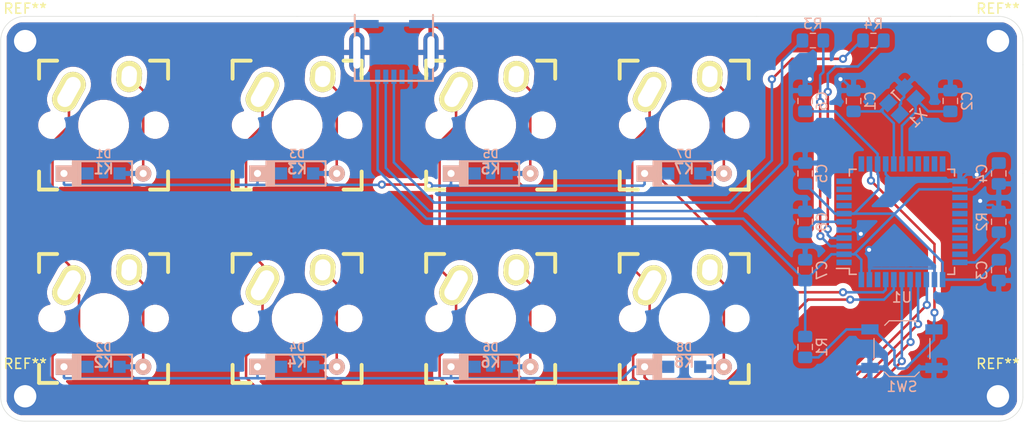
<source format=kicad_pcb>
(kicad_pcb (version 20171130) (host pcbnew "(5.1.0-0)")
  (layers (0 F.Cu signal) (31 B.Cu signal) (34 B.Paste user) (35 F.Paste user) (36 B.SilkS user) (37 F.SilkS user) (38 B.Mask user) (39 F.Mask user) (44 Edge.Cuts user))
  (net 0 "")
  (net 1 +5V)
  (net 2 "Net-(C1-Pad1)")
  (net 3 "Net-(C2-Pad1)")
  (net 4 VCC)
  (net 5 "Net-(C8-Pad1)")
  (net 6 "Net-(D1-Pad2)")
  (net 7 /row0)
  (net 8 "Net-(D2-Pad2)")
  (net 9 /row1)
  (net 10 "Net-(D3-Pad2)")
  (net 11 "Net-(D4-Pad2)")
  (net 12 "Net-(D5-Pad2)")
  (net 13 "Net-(D6-Pad2)")
  (net 14 "Net-(D7-Pad2)")
  (net 15 "Net-(D8-Pad2)")
  (net 16 "Net-(J1-Pad2)")
  (net 17 "Net-(J1-Pad3)")
  (net 18 "Net-(J1-Pad4)")
  (net 19 /col0)
  (net 20 /col1)
  (net 21 /col2)
  (net 22 /col3)
  (net 23 "Net-(R1-Pad1)")
  (net 24 "Net-(R2-Pad2)")
  (net 25 "Net-(R3-Pad1)")
  (net 26 "Net-(R4-Pad1)")
  (net 27 "Net-(U1-Pad1)")
  (net 28 "Net-(U1-Pad8)")
  (net 29 "Net-(U1-Pad9)")
  (net 30 "Net-(U1-Pad10)")
  (net 31 "Net-(U1-Pad11)")
  (net 32 "Net-(U1-Pad12)")
  (net 33 "Net-(U1-Pad18)")
  (net 34 "Net-(U1-Pad19)")
  (net 35 "Net-(U1-Pad20)")
  (net 36 "Net-(U1-Pad21)")
  (net 37 "Net-(U1-Pad22)")
  (net 38 "Net-(U1-Pad25)")
  (net 39 "Net-(U1-Pad26)")
  (net 40 "Net-(U1-Pad27)")
  (net 41 "Net-(U1-Pad28)")
  (net 42 "Net-(U1-Pad29)")
  (net 43 "Net-(U1-Pad30)")
  (net 44 "Net-(U1-Pad31)")
  (net 45 "Net-(U1-Pad32)")
  (net 46 "Net-(U1-Pad42)")
  (module MountingHole:MountingHole_2.2mm_M2 (layer F.Cu) (at 28 86.25)
    (fp_text reference REF** (at 0 -3.2) (layer F.SilkS))
    (fp_text value M3)
    (pad 1 np_thru_hole circle (at 0 0) (size 2.2 2.2) (drill 2.2) (layers *.Cu *.Mask))
  )
  (module MountingHole:MountingHole_2.2mm_M2 (layer F.Cu) (at 123.75 86.25)
    (fp_text reference REF** (at 0 -3.2) (layer F.SilkS))
    (fp_text value M4)
    (pad 1 np_thru_hole circle (at 0 0) (size 2.2 2.2) (drill 2.2) (layers *.Cu *.Mask))
  )
  (module MountingHole:MountingHole_2.2mm_M2 (layer F.Cu) (at 123.75 51.25)
    (fp_text reference REF** (at 0 -3.2) (layer F.SilkS))
    (fp_text value M2)
    (pad 1 np_thru_hole circle (at 0 0) (size 2.2 2.2) (drill 2.2) (layers *.Cu *.Mask))
  )
  (module MountingHole:MountingHole_2.2mm_M2 (layer F.Cu) (at 28 51.25)
    (fp_text reference REF** (at 0 -3.2) (layer F.SilkS))
    (fp_text value M1)
    (pad 1 np_thru_hole circle (at 0 0) (size 2.2 2.2) (drill 2.2) (layers *.Cu *.Mask))
  )
  (module Capacitor_SMD:C_0805_2012Metric_Pad1.15x1.40mm_HandSolder (layer B.Cu) (at 109.5375 57.15 90)
    (fp_text reference C1 (at 0 1.65 90) (layer B.SilkS) (effects (justify mirror)))
    (fp_text value 22p)
    (pad 2 smd roundrect (at 1.025 0 90) (size 1.15 1.4) (layers B.Cu B.Paste B.Mask) (roundrect_rratio 0.217391) (net 1 +5V))
    (pad 1 smd roundrect (at -1.025 0 90) (size 1.15 1.4) (layers B.Cu B.Paste B.Mask) (roundrect_rratio 0.217391) (net 2 "Net-(C1-Pad1)"))
  )
  (module Capacitor_SMD:C_0805_2012Metric_Pad1.15x1.40mm_HandSolder (layer B.Cu) (at 119.0625 57.15 90)
    (fp_text reference C2 (at 0 1.65 90) (layer B.SilkS) (effects (justify mirror)))
    (fp_text value 22p)
    (pad 1 smd roundrect (at -1.025 0 90) (size 1.15 1.4) (layers B.Cu B.Paste B.Mask) (roundrect_rratio 0.217391) (net 3 "Net-(C2-Pad1)"))
    (pad 2 smd roundrect (at 1.025 0 90) (size 1.15 1.4) (layers B.Cu B.Paste B.Mask) (roundrect_rratio 0.217391) (net 1 +5V))
  )
  (module Capacitor_SMD:C_0805_2012Metric_Pad1.15x1.40mm_HandSolder (layer B.Cu) (at 123.825 73.81875 270)
    (fp_text reference C3 (at 0 1.65 270) (layer B.SilkS) (effects (justify mirror)))
    (fp_text value 0.1u)
    (pad 2 smd roundrect (at 1.025 0 270) (size 1.15 1.4) (layers B.Cu B.Paste B.Mask) (roundrect_rratio 0.217391) (net 1 +5V))
    (pad 1 smd roundrect (at -1.025 0 270) (size 1.15 1.4) (layers B.Cu B.Paste B.Mask) (roundrect_rratio 0.217391) (net 4 VCC))
  )
  (module Capacitor_SMD:C_0805_2012Metric_Pad1.15x1.40mm_HandSolder (layer B.Cu) (at 123.825 64.29375 270)
    (fp_text reference C4 (at 0 1.65 270) (layer B.SilkS) (effects (justify mirror)))
    (fp_text value 0.1u)
    (pad 1 smd roundrect (at -1.025 0 270) (size 1.15 1.4) (layers B.Cu B.Paste B.Mask) (roundrect_rratio 0.217391) (net 4 VCC))
    (pad 2 smd roundrect (at 1.025 0 270) (size 1.15 1.4) (layers B.Cu B.Paste B.Mask) (roundrect_rratio 0.217391) (net 1 +5V))
  )
  (module Capacitor_SMD:C_0805_2012Metric_Pad1.15x1.40mm_HandSolder (layer B.Cu) (at 104.775 64.29375 90)
    (fp_text reference C5 (at 0 1.65 90) (layer B.SilkS) (effects (justify mirror)))
    (fp_text value 0.1u)
    (pad 2 smd roundrect (at 1.025 0 90) (size 1.15 1.4) (layers B.Cu B.Paste B.Mask) (roundrect_rratio 0.217391) (net 1 +5V))
    (pad 1 smd roundrect (at -1.025 0 90) (size 1.15 1.4) (layers B.Cu B.Paste B.Mask) (roundrect_rratio 0.217391) (net 4 VCC))
  )
  (module Capacitor_SMD:C_0805_2012Metric_Pad1.15x1.40mm_HandSolder (layer B.Cu) (at 104.775 57.15 90)
    (fp_text reference C6 (at 0 1.65 90) (layer B.SilkS) (effects (justify mirror)))
    (fp_text value 0.1u)
    (pad 1 smd roundrect (at -1.025 0 90) (size 1.15 1.4) (layers B.Cu B.Paste B.Mask) (roundrect_rratio 0.217391) (net 4 VCC))
    (pad 2 smd roundrect (at 1.025 0 90) (size 1.15 1.4) (layers B.Cu B.Paste B.Mask) (roundrect_rratio 0.217391) (net 1 +5V))
  )
  (module Capacitor_SMD:C_0805_2012Metric_Pad1.15x1.40mm_HandSolder (layer B.Cu) (at 104.775 73.81875 90)
    (fp_text reference C7 (at 0 1.65 90) (layer B.SilkS) (effects (justify mirror)))
    (fp_text value 4.7u)
    (pad 2 smd roundrect (at 1.025 0 90) (size 1.15 1.4) (layers B.Cu B.Paste B.Mask) (roundrect_rratio 0.217391) (net 1 +5V))
    (pad 1 smd roundrect (at -1.025 0 90) (size 1.15 1.4) (layers B.Cu B.Paste B.Mask) (roundrect_rratio 0.217391) (net 4 VCC))
  )
  (module Capacitor_SMD:C_0805_2012Metric_Pad1.15x1.40mm_HandSolder (layer B.Cu) (at 104.775 69.05625 90)
    (fp_text reference C8 (at 0 1.65 90) (layer B.SilkS) (effects (justify mirror)))
    (fp_text value 1u)
    (pad 1 smd roundrect (at -1.025 0 90) (size 1.15 1.4) (layers B.Cu B.Paste B.Mask) (roundrect_rratio 0.217391) (net 5 "Net-(C8-Pad1)"))
    (pad 2 smd roundrect (at 1.025 0 90) (size 1.15 1.4) (layers B.Cu B.Paste B.Mask) (roundrect_rratio 0.217391) (net 1 +5V))
  )
  (module keyboard_parts:D_SOD123_axial (layer B.Cu) (at 35.71875 64.29375)
    (fp_text reference D1 (at 0 -1.925) (layer B.SilkS) (effects (font (size 0.8 0.8)) (justify mirror)))
    (fp_text value D hide)
    (pad 2 smd rect (at 2.7 0) (size 2.5 0.5) (layers B.Cu) (net 6 "Net-(D1-Pad2)"))
    (pad 1 smd rect (at -2.7 0) (size 2.5 0.5) (layers B.Cu) (net 7 /row0))
    (pad 2 thru_hole circle (at 3.9 0) (size 1.6 1.6) (drill 0.7) (layers *.Cu *.Mask B.SilkS) (net 6 "Net-(D1-Pad2)"))
    (pad 1 thru_hole rect (at -3.9 0) (size 1.6 1.6) (drill 0.7) (layers *.Cu *.Mask B.SilkS) (net 7 /row0))
    (pad 1 smd rect (at -1.575 0) (size 1.2 1.2) (layers B.Cu B.Paste B.Mask) (net 7 /row0))
    (pad 2 smd rect (at 1.575 0) (size 1.2 1.2) (layers B.Cu B.Paste B.Mask) (net 6 "Net-(D1-Pad2)"))
  )
  (module keyboard_parts:D_SOD123_axial (layer B.Cu) (at 35.71875 83.34375)
    (fp_text reference D2 (at 0 -1.925) (layer B.SilkS) (effects (font (size 0.8 0.8)) (justify mirror)))
    (fp_text value D hide)
    (pad 2 smd rect (at 1.575 0) (size 1.2 1.2) (layers B.Cu B.Paste B.Mask) (net 8 "Net-(D2-Pad2)"))
    (pad 1 smd rect (at -1.575 0) (size 1.2 1.2) (layers B.Cu B.Paste B.Mask) (net 9 /row1))
    (pad 1 thru_hole rect (at -3.9 0) (size 1.6 1.6) (drill 0.7) (layers *.Cu *.Mask B.SilkS) (net 9 /row1))
    (pad 2 thru_hole circle (at 3.9 0) (size 1.6 1.6) (drill 0.7) (layers *.Cu *.Mask B.SilkS) (net 8 "Net-(D2-Pad2)"))
    (pad 1 smd rect (at -2.7 0) (size 2.5 0.5) (layers B.Cu) (net 9 /row1))
    (pad 2 smd rect (at 2.7 0) (size 2.5 0.5) (layers B.Cu) (net 8 "Net-(D2-Pad2)"))
  )
  (module keyboard_parts:D_SOD123_axial (layer B.Cu) (at 54.76875 64.29375)
    (fp_text reference D3 (at 0 -1.925) (layer B.SilkS) (effects (font (size 0.8 0.8)) (justify mirror)))
    (fp_text value D hide)
    (pad 2 smd rect (at 2.7 0) (size 2.5 0.5) (layers B.Cu) (net 10 "Net-(D3-Pad2)"))
    (pad 1 smd rect (at -2.7 0) (size 2.5 0.5) (layers B.Cu) (net 7 /row0))
    (pad 2 thru_hole circle (at 3.9 0) (size 1.6 1.6) (drill 0.7) (layers *.Cu *.Mask B.SilkS) (net 10 "Net-(D3-Pad2)"))
    (pad 1 thru_hole rect (at -3.9 0) (size 1.6 1.6) (drill 0.7) (layers *.Cu *.Mask B.SilkS) (net 7 /row0))
    (pad 1 smd rect (at -1.575 0) (size 1.2 1.2) (layers B.Cu B.Paste B.Mask) (net 7 /row0))
    (pad 2 smd rect (at 1.575 0) (size 1.2 1.2) (layers B.Cu B.Paste B.Mask) (net 10 "Net-(D3-Pad2)"))
  )
  (module keyboard_parts:D_SOD123_axial (layer B.Cu) (at 54.76875 83.34375)
    (fp_text reference D4 (at 0 -1.925) (layer B.SilkS) (effects (font (size 0.8 0.8)) (justify mirror)))
    (fp_text value D hide)
    (pad 2 smd rect (at 1.575 0) (size 1.2 1.2) (layers B.Cu B.Paste B.Mask) (net 11 "Net-(D4-Pad2)"))
    (pad 1 smd rect (at -1.575 0) (size 1.2 1.2) (layers B.Cu B.Paste B.Mask) (net 9 /row1))
    (pad 1 thru_hole rect (at -3.9 0) (size 1.6 1.6) (drill 0.7) (layers *.Cu *.Mask B.SilkS) (net 9 /row1))
    (pad 2 thru_hole circle (at 3.9 0) (size 1.6 1.6) (drill 0.7) (layers *.Cu *.Mask B.SilkS) (net 11 "Net-(D4-Pad2)"))
    (pad 1 smd rect (at -2.7 0) (size 2.5 0.5) (layers B.Cu) (net 9 /row1))
    (pad 2 smd rect (at 2.7 0) (size 2.5 0.5) (layers B.Cu) (net 11 "Net-(D4-Pad2)"))
  )
  (module keyboard_parts:D_SOD123_axial (layer B.Cu) (at 73.81875 64.29375)
    (fp_text reference D5 (at 0 -1.925) (layer B.SilkS) (effects (font (size 0.8 0.8)) (justify mirror)))
    (fp_text value D hide)
    (pad 2 smd rect (at 2.7 0) (size 2.5 0.5) (layers B.Cu) (net 12 "Net-(D5-Pad2)"))
    (pad 1 smd rect (at -2.7 0) (size 2.5 0.5) (layers B.Cu) (net 7 /row0))
    (pad 2 thru_hole circle (at 3.9 0) (size 1.6 1.6) (drill 0.7) (layers *.Cu *.Mask B.SilkS) (net 12 "Net-(D5-Pad2)"))
    (pad 1 thru_hole rect (at -3.9 0) (size 1.6 1.6) (drill 0.7) (layers *.Cu *.Mask B.SilkS) (net 7 /row0))
    (pad 1 smd rect (at -1.575 0) (size 1.2 1.2) (layers B.Cu B.Paste B.Mask) (net 7 /row0))
    (pad 2 smd rect (at 1.575 0) (size 1.2 1.2) (layers B.Cu B.Paste B.Mask) (net 12 "Net-(D5-Pad2)"))
  )
  (module keyboard_parts:D_SOD123_axial (layer B.Cu) (at 73.81875 83.34375)
    (fp_text reference D6 (at 0 -1.925) (layer B.SilkS) (effects (font (size 0.8 0.8)) (justify mirror)))
    (fp_text value D hide)
    (pad 2 smd rect (at 1.575 0) (size 1.2 1.2) (layers B.Cu B.Paste B.Mask) (net 13 "Net-(D6-Pad2)"))
    (pad 1 smd rect (at -1.575 0) (size 1.2 1.2) (layers B.Cu B.Paste B.Mask) (net 9 /row1))
    (pad 1 thru_hole rect (at -3.9 0) (size 1.6 1.6) (drill 0.7) (layers *.Cu *.Mask B.SilkS) (net 9 /row1))
    (pad 2 thru_hole circle (at 3.9 0) (size 1.6 1.6) (drill 0.7) (layers *.Cu *.Mask B.SilkS) (net 13 "Net-(D6-Pad2)"))
    (pad 1 smd rect (at -2.7 0) (size 2.5 0.5) (layers B.Cu) (net 9 /row1))
    (pad 2 smd rect (at 2.7 0) (size 2.5 0.5) (layers B.Cu) (net 13 "Net-(D6-Pad2)"))
  )
  (module keyboard_parts:D_SOD123_axial (layer B.Cu) (at 92.86875 64.29375)
    (fp_text reference D7 (at 0 -1.925) (layer B.SilkS) (effects (font (size 0.8 0.8)) (justify mirror)))
    (fp_text value D hide)
    (pad 2 smd rect (at 2.7 0) (size 2.5 0.5) (layers B.Cu) (net 14 "Net-(D7-Pad2)"))
    (pad 1 smd rect (at -2.7 0) (size 2.5 0.5) (layers B.Cu) (net 7 /row0))
    (pad 2 thru_hole circle (at 3.9 0) (size 1.6 1.6) (drill 0.7) (layers *.Cu *.Mask B.SilkS) (net 14 "Net-(D7-Pad2)"))
    (pad 1 thru_hole rect (at -3.9 0) (size 1.6 1.6) (drill 0.7) (layers *.Cu *.Mask B.SilkS) (net 7 /row0))
    (pad 1 smd rect (at -1.575 0) (size 1.2 1.2) (layers B.Cu B.Paste B.Mask) (net 7 /row0))
    (pad 2 smd rect (at 1.575 0) (size 1.2 1.2) (layers B.Cu B.Paste B.Mask) (net 14 "Net-(D7-Pad2)"))
  )
  (module keyboard_parts:D_SOD123_axial (layer B.Cu) (at 92.86875 83.34375)
    (fp_text reference D8 (at 0 -1.925) (layer B.SilkS) (effects (font (size 0.8 0.8)) (justify mirror)))
    (fp_text value D hide)
    (pad 2 smd rect (at 1.575 0) (size 1.2 1.2) (layers B.Cu B.Paste B.Mask) (net 15 "Net-(D8-Pad2)"))
    (pad 1 smd rect (at -1.575 0) (size 1.2 1.2) (layers B.Cu B.Paste B.Mask) (net 9 /row1))
    (pad 1 thru_hole rect (at -3.9 0) (size 1.6 1.6) (drill 0.7) (layers *.Cu *.Mask B.SilkS) (net 9 /row1))
    (pad 2 thru_hole circle (at 3.9 0) (size 1.6 1.6) (drill 0.7) (layers *.Cu *.Mask B.SilkS) (net 15 "Net-(D8-Pad2)"))
    (pad 1 smd rect (at -2.7 0) (size 2.5 0.5) (layers B.Cu) (net 9 /row1))
    (pad 2 smd rect (at 2.7 0) (size 2.5 0.5) (layers B.Cu) (net 15 "Net-(D8-Pad2)"))
  )
  (module keyboard_parts:USB_miniB_hirose_5S8 (layer B.Cu) (at 64.29375 54.76875)
    (fp_text reference J1 hide)
    (fp_text value USB_mini_micro_B hide)
    (pad 6 smd rect (at 2.675 -5.2) (size 2.35 0.8) (layers B.Cu B.Paste B.Mask) (net 1 +5V))
    (pad 6 smd rect (at -2.675 -5.2) (size 2.35 0.8) (layers B.Cu B.Paste B.Mask) (net 1 +5V))
    (pad 1 smd rect (at -1.6 0) (size 0.5 1.4) (layers B.Cu B.Paste B.Mask) (net 4 VCC))
    (pad 2 smd rect (at -0.8 0) (size 0.5 1.4) (layers B.Cu B.Paste B.Mask) (net 16 "Net-(J1-Pad2)"))
    (pad 3 smd rect (at 0 0) (size 0.5 1.4) (layers B.Cu B.Paste B.Mask) (net 17 "Net-(J1-Pad3)"))
    (pad 4 smd rect (at 0.8 0) (size 0.5 1.4) (layers B.Cu B.Paste B.Mask) (net 18 "Net-(J1-Pad4)"))
    (pad 5 smd rect (at 1.6 0) (size 0.5 1.4) (layers B.Cu B.Paste B.Mask) (net 1 +5V))
    (pad 6 thru_hole oval (at -3.65 -2.4) (size 1.5 4) (drill oval 0.7 3.2) (layers *.Cu *.Mask B.Paste) (net 1 +5V))
    (pad 6 thru_hole oval (at 3.65 -2.4) (size 1.5 4) (drill oval 0.7 3.2) (layers *.Cu *.Mask B.Paste) (net 1 +5V))
  )
  (module keebs:Mx_Alps_100 (layer F.Cu) (at 35.71875 59.53125)
    (fp_text reference K1 (at 0 4.318) (layer B.SilkS) (effects (font (thickness 0.2)) (justify mirror)))
    (fp_text value KEYSW hide)
    (pad HOLE np_thru_hole circle (at 0 0) (size 3.9878 3.9878) (drill 3.9878) (layers *.Cu))
    (pad HOLE np_thru_hole circle (at -5.08 0) (size 1.7018 1.7018) (drill 1.7018) (layers *.Cu))
    (pad HOLE np_thru_hole circle (at 5.08 0) (size 1.7018 1.7018) (drill 1.7018) (layers *.Cu))
    (pad 1 thru_hole oval (at -3.405 -3.27 330.95) (size 2.5 4.17) (drill oval 1.5 3.17) (layers *.Cu *.Mask F.SilkS) (net 19 /col0))
    (pad 2 thru_hole oval (at 2.52 -4.79 356.1) (size 2.5 3.08) (drill oval 1.5 2.08) (layers *.Cu *.Mask F.SilkS) (net 6 "Net-(D1-Pad2)"))
  )
  (module keebs:Mx_Alps_100 (layer F.Cu) (at 35.71875 78.58125)
    (fp_text reference K2 (at 0 4.318) (layer B.SilkS) (effects (font (thickness 0.2)) (justify mirror)))
    (fp_text value KEYSW hide)
    (pad 2 thru_hole oval (at 2.52 -4.79 356.1) (size 2.5 3.08) (drill oval 1.5 2.08) (layers *.Cu *.Mask F.SilkS) (net 8 "Net-(D2-Pad2)"))
    (pad 1 thru_hole oval (at -3.405 -3.27 330.95) (size 2.5 4.17) (drill oval 1.5 3.17) (layers *.Cu *.Mask F.SilkS) (net 19 /col0))
    (pad HOLE np_thru_hole circle (at 5.08 0) (size 1.7018 1.7018) (drill 1.7018) (layers *.Cu))
    (pad HOLE np_thru_hole circle (at -5.08 0) (size 1.7018 1.7018) (drill 1.7018) (layers *.Cu))
    (pad HOLE np_thru_hole circle (at 0 0) (size 3.9878 3.9878) (drill 3.9878) (layers *.Cu))
  )
  (module keebs:Mx_Alps_100 (layer F.Cu) (at 54.76875 59.53125)
    (fp_text reference K3 (at 0 4.318) (layer B.SilkS) (effects (font (thickness 0.2)) (justify mirror)))
    (fp_text value KEYSW hide)
    (pad HOLE np_thru_hole circle (at 0 0) (size 3.9878 3.9878) (drill 3.9878) (layers *.Cu))
    (pad HOLE np_thru_hole circle (at -5.08 0) (size 1.7018 1.7018) (drill 1.7018) (layers *.Cu))
    (pad HOLE np_thru_hole circle (at 5.08 0) (size 1.7018 1.7018) (drill 1.7018) (layers *.Cu))
    (pad 1 thru_hole oval (at -3.405 -3.27 330.95) (size 2.5 4.17) (drill oval 1.5 3.17) (layers *.Cu *.Mask F.SilkS) (net 20 /col1))
    (pad 2 thru_hole oval (at 2.52 -4.79 356.1) (size 2.5 3.08) (drill oval 1.5 2.08) (layers *.Cu *.Mask F.SilkS) (net 10 "Net-(D3-Pad2)"))
  )
  (module keebs:Mx_Alps_100 (layer F.Cu) (at 54.76875 78.58125)
    (fp_text reference K4 (at 0 4.318) (layer B.SilkS) (effects (font (thickness 0.2)) (justify mirror)))
    (fp_text value KEYSW hide)
    (pad 2 thru_hole oval (at 2.52 -4.79 356.1) (size 2.5 3.08) (drill oval 1.5 2.08) (layers *.Cu *.Mask F.SilkS) (net 11 "Net-(D4-Pad2)"))
    (pad 1 thru_hole oval (at -3.405 -3.27 330.95) (size 2.5 4.17) (drill oval 1.5 3.17) (layers *.Cu *.Mask F.SilkS) (net 20 /col1))
    (pad HOLE np_thru_hole circle (at 5.08 0) (size 1.7018 1.7018) (drill 1.7018) (layers *.Cu))
    (pad HOLE np_thru_hole circle (at -5.08 0) (size 1.7018 1.7018) (drill 1.7018) (layers *.Cu))
    (pad HOLE np_thru_hole circle (at 0 0) (size 3.9878 3.9878) (drill 3.9878) (layers *.Cu))
  )
  (module keebs:Mx_Alps_100 (layer F.Cu) (at 73.81875 59.53125)
    (fp_text reference K5 (at 0 4.318) (layer B.SilkS) (effects (font (thickness 0.2)) (justify mirror)))
    (fp_text value KEYSW hide)
    (pad HOLE np_thru_hole circle (at 0 0) (size 3.9878 3.9878) (drill 3.9878) (layers *.Cu))
    (pad HOLE np_thru_hole circle (at -5.08 0) (size 1.7018 1.7018) (drill 1.7018) (layers *.Cu))
    (pad HOLE np_thru_hole circle (at 5.08 0) (size 1.7018 1.7018) (drill 1.7018) (layers *.Cu))
    (pad 1 thru_hole oval (at -3.405 -3.27 330.95) (size 2.5 4.17) (drill oval 1.5 3.17) (layers *.Cu *.Mask F.SilkS) (net 21 /col2))
    (pad 2 thru_hole oval (at 2.52 -4.79 356.1) (size 2.5 3.08) (drill oval 1.5 2.08) (layers *.Cu *.Mask F.SilkS) (net 12 "Net-(D5-Pad2)"))
  )
  (module keebs:Mx_Alps_100 (layer F.Cu) (at 73.81875 78.58125)
    (fp_text reference K6 (at 0 4.318) (layer B.SilkS) (effects (font (thickness 0.2)) (justify mirror)))
    (fp_text value KEYSW hide)
    (pad 2 thru_hole oval (at 2.52 -4.79 356.1) (size 2.5 3.08) (drill oval 1.5 2.08) (layers *.Cu *.Mask F.SilkS) (net 13 "Net-(D6-Pad2)"))
    (pad 1 thru_hole oval (at -3.405 -3.27 330.95) (size 2.5 4.17) (drill oval 1.5 3.17) (layers *.Cu *.Mask F.SilkS) (net 21 /col2))
    (pad HOLE np_thru_hole circle (at 5.08 0) (size 1.7018 1.7018) (drill 1.7018) (layers *.Cu))
    (pad HOLE np_thru_hole circle (at -5.08 0) (size 1.7018 1.7018) (drill 1.7018) (layers *.Cu))
    (pad HOLE np_thru_hole circle (at 0 0) (size 3.9878 3.9878) (drill 3.9878) (layers *.Cu))
  )
  (module keebs:Mx_Alps_100 (layer F.Cu) (at 92.86875 59.53125)
    (fp_text reference K7 (at 0 4.318) (layer B.SilkS) (effects (font (thickness 0.2)) (justify mirror)))
    (fp_text value KEYSW hide)
    (pad 2 thru_hole oval (at 2.52 -4.79 356.1) (size 2.5 3.08) (drill oval 1.5 2.08) (layers *.Cu *.Mask F.SilkS) (net 14 "Net-(D7-Pad2)"))
    (pad 1 thru_hole oval (at -3.405 -3.27 330.95) (size 2.5 4.17) (drill oval 1.5 3.17) (layers *.Cu *.Mask F.SilkS) (net 22 /col3))
    (pad HOLE np_thru_hole circle (at 5.08 0) (size 1.7018 1.7018) (drill 1.7018) (layers *.Cu))
    (pad HOLE np_thru_hole circle (at -5.08 0) (size 1.7018 1.7018) (drill 1.7018) (layers *.Cu))
    (pad HOLE np_thru_hole circle (at 0 0) (size 3.9878 3.9878) (drill 3.9878) (layers *.Cu))
  )
  (module keebs:Mx_Alps_100 (layer F.Cu) (at 92.86875 78.58125)
    (fp_text reference K8 (at 0 4.318) (layer B.SilkS) (effects (font (thickness 0.2)) (justify mirror)))
    (fp_text value KEYSW hide)
    (pad HOLE np_thru_hole circle (at 0 0) (size 3.9878 3.9878) (drill 3.9878) (layers *.Cu))
    (pad HOLE np_thru_hole circle (at -5.08 0) (size 1.7018 1.7018) (drill 1.7018) (layers *.Cu))
    (pad HOLE np_thru_hole circle (at 5.08 0) (size 1.7018 1.7018) (drill 1.7018) (layers *.Cu))
    (pad 1 thru_hole oval (at -3.405 -3.27 330.95) (size 2.5 4.17) (drill oval 1.5 3.17) (layers *.Cu *.Mask F.SilkS) (net 22 /col3))
    (pad 2 thru_hole oval (at 2.52 -4.79 356.1) (size 2.5 3.08) (drill oval 1.5 2.08) (layers *.Cu *.Mask F.SilkS) (net 15 "Net-(D8-Pad2)"))
  )
  (module Resistor_SMD:R_0805_2012Metric_Pad1.15x1.40mm_HandSolder (layer B.Cu) (at 104.775088 81.392255 90)
    (fp_text reference R1 (at 0 1.65 90) (layer B.SilkS) (effects (justify mirror)))
    (fp_text value 10k)
    (pad 2 smd roundrect (at 1.025 0 90) (size 1.15 1.4) (layers B.Cu B.Paste B.Mask) (roundrect_rratio 0.217391) (net 4 VCC))
    (pad 1 smd roundrect (at -1.025 0 90) (size 1.15 1.4) (layers B.Cu B.Paste B.Mask) (roundrect_rratio 0.217391) (net 23 "Net-(R1-Pad1)"))
  )
  (module Resistor_SMD:R_0805_2012Metric_Pad1.15x1.40mm_HandSolder (layer B.Cu) (at 123.825104 69.056308 270)
    (fp_text reference R2 (at 0 1.65 270) (layer B.SilkS) (effects (justify mirror)))
    (fp_text value 10k)
    (pad 1 smd roundrect (at -1.025 0 270) (size 1.15 1.4) (layers B.Cu B.Paste B.Mask) (roundrect_rratio 0.217391) (net 1 +5V))
    (pad 2 smd roundrect (at 1.025 0 270) (size 1.15 1.4) (layers B.Cu B.Paste B.Mask) (roundrect_rratio 0.217391) (net 24 "Net-(R2-Pad2)"))
  )
  (module Resistor_SMD:R_0805_2012Metric_Pad1.15x1.40mm_HandSolder (layer B.Cu) (at 105.536027 51.196918 180)
    (fp_text reference R3 (at 0 1.65 180) (layer B.SilkS) (effects (justify mirror)))
    (fp_text value 22)
    (pad 2 smd roundrect (at 1.025 0 180) (size 1.15 1.4) (layers B.Cu B.Paste B.Mask) (roundrect_rratio 0.217391) (net 16 "Net-(J1-Pad2)"))
    (pad 1 smd roundrect (at -1.025 0 180) (size 1.15 1.4) (layers B.Cu B.Paste B.Mask) (roundrect_rratio 0.217391) (net 25 "Net-(R3-Pad1)"))
  )
  (module Resistor_SMD:R_0805_2012Metric_Pad1.15x1.40mm_HandSolder (layer B.Cu) (at 111.489157 51.196918 180)
    (fp_text reference R4 (at 0 1.65 180) (layer B.SilkS) (effects (justify mirror)))
    (fp_text value 22)
    (pad 1 smd roundrect (at -1.025 0 180) (size 1.15 1.4) (layers B.Cu B.Paste B.Mask) (roundrect_rratio 0.217391) (net 26 "Net-(R4-Pad1)"))
    (pad 2 smd roundrect (at 1.025 0 180) (size 1.15 1.4) (layers B.Cu B.Paste B.Mask) (roundrect_rratio 0.217391) (net 17 "Net-(J1-Pad3)"))
  )
  (module Button_Switch_SMD:SW_SPST_TL3342 (layer B.Cu) (at 114.3 81.557881)
    (fp_text reference SW1 (at 0 3.75) (layer B.SilkS) (effects (justify mirror)))
    (fp_text value SW_PUSH)
    (pad 1 smd rect (at -3.15 1.9) (size 1.7 1) (layers B.Cu B.Paste B.Mask) (net 1 +5V))
    (pad 1 smd rect (at 3.15 1.9) (size 1.7 1) (layers B.Cu B.Paste B.Mask) (net 1 +5V))
    (pad 2 smd rect (at -3.15 -1.9) (size 1.7 1) (layers B.Cu B.Paste B.Mask) (net 23 "Net-(R1-Pad1)"))
    (pad 2 smd rect (at 3.15 -1.9) (size 1.7 1) (layers B.Cu B.Paste B.Mask) (net 23 "Net-(R1-Pad1)"))
  )
  (module Package_QFP:TQFP-44_10x10mm_P0.8mm (layer B.Cu) (at 114.3 69.05625)
    (fp_text reference U1 (at 0 7.45) (layer B.SilkS) (effects (justify mirror)))
    (fp_text value ATMEGA32U4)
    (pad 1 smd rect (at -5.7 4) (size 1.5 0.55) (layers B.Cu B.Paste B.Mask) (net 27 "Net-(U1-Pad1)"))
    (pad 2 smd rect (at -5.7 3.2) (size 1.5 0.55) (layers B.Cu B.Paste B.Mask) (net 4 VCC))
    (pad 3 smd rect (at -5.7 2.4) (size 1.5 0.55) (layers B.Cu B.Paste B.Mask) (net 25 "Net-(R3-Pad1)"))
    (pad 4 smd rect (at -5.7 1.6) (size 1.5 0.55) (layers B.Cu B.Paste B.Mask) (net 26 "Net-(R4-Pad1)"))
    (pad 5 smd rect (at -5.7 0.8) (size 1.5 0.55) (layers B.Cu B.Paste B.Mask) (net 1 +5V))
    (pad 6 smd rect (at -5.7 0) (size 1.5 0.55) (layers B.Cu B.Paste B.Mask) (net 5 "Net-(C8-Pad1)"))
    (pad 7 smd rect (at -5.7 -0.8) (size 1.5 0.55) (layers B.Cu B.Paste B.Mask) (net 4 VCC))
    (pad 8 smd rect (at -5.7 -1.6) (size 1.5 0.55) (layers B.Cu B.Paste B.Mask) (net 28 "Net-(U1-Pad8)"))
    (pad 9 smd rect (at -5.7 -2.4) (size 1.5 0.55) (layers B.Cu B.Paste B.Mask) (net 29 "Net-(U1-Pad9)"))
    (pad 10 smd rect (at -5.7 -3.2) (size 1.5 0.55) (layers B.Cu B.Paste B.Mask) (net 30 "Net-(U1-Pad10)"))
    (pad 11 smd rect (at -5.7 -4) (size 1.5 0.55) (layers B.Cu B.Paste B.Mask) (net 31 "Net-(U1-Pad11)"))
    (pad 12 smd rect (at -4 -5.7 270) (size 1.5 0.55) (layers B.Cu B.Paste B.Mask) (net 32 "Net-(U1-Pad12)"))
    (pad 13 smd rect (at -3.2 -5.7 270) (size 1.5 0.55) (layers B.Cu B.Paste B.Mask) (net 23 "Net-(R1-Pad1)"))
    (pad 14 smd rect (at -2.4 -5.7 270) (size 1.5 0.55) (layers B.Cu B.Paste B.Mask) (net 4 VCC))
    (pad 15 smd rect (at -1.6 -5.7 270) (size 1.5 0.55) (layers B.Cu B.Paste B.Mask) (net 1 +5V))
    (pad 16 smd rect (at -0.8 -5.7 270) (size 1.5 0.55) (layers B.Cu B.Paste B.Mask) (net 2 "Net-(C1-Pad1)"))
    (pad 17 smd rect (at 0 -5.7 270) (size 1.5 0.55) (layers B.Cu B.Paste B.Mask) (net 3 "Net-(C2-Pad1)"))
    (pad 18 smd rect (at 0.8 -5.7 270) (size 1.5 0.55) (layers B.Cu B.Paste B.Mask) (net 33 "Net-(U1-Pad18)"))
    (pad 19 smd rect (at 1.6 -5.7 270) (size 1.5 0.55) (layers B.Cu B.Paste B.Mask) (net 34 "Net-(U1-Pad19)"))
    (pad 20 smd rect (at 2.4 -5.7 270) (size 1.5 0.55) (layers B.Cu B.Paste B.Mask) (net 35 "Net-(U1-Pad20)"))
    (pad 21 smd rect (at 3.2 -5.7 270) (size 1.5 0.55) (layers B.Cu B.Paste B.Mask) (net 36 "Net-(U1-Pad21)"))
    (pad 22 smd rect (at 4 -5.7 270) (size 1.5 0.55) (layers B.Cu B.Paste B.Mask) (net 37 "Net-(U1-Pad22)"))
    (pad 23 smd rect (at 5.7 -4) (size 1.5 0.55) (layers B.Cu B.Paste B.Mask) (net 1 +5V))
    (pad 24 smd rect (at 5.7 -3.2) (size 1.5 0.55) (layers B.Cu B.Paste B.Mask) (net 4 VCC))
    (pad 25 smd rect (at 5.7 -2.4) (size 1.5 0.55) (layers B.Cu B.Paste B.Mask) (net 38 "Net-(U1-Pad25)"))
    (pad 26 smd rect (at 5.7 -1.6) (size 1.5 0.55) (layers B.Cu B.Paste B.Mask) (net 39 "Net-(U1-Pad26)"))
    (pad 27 smd rect (at 5.7 -0.8) (size 1.5 0.55) (layers B.Cu B.Paste B.Mask) (net 40 "Net-(U1-Pad27)"))
    (pad 28 smd rect (at 5.7 0) (size 1.5 0.55) (layers B.Cu B.Paste B.Mask) (net 41 "Net-(U1-Pad28)"))
    (pad 29 smd rect (at 5.7 0.8) (size 1.5 0.55) (layers B.Cu B.Paste B.Mask) (net 42 "Net-(U1-Pad29)"))
    (pad 30 smd rect (at 5.7 1.6) (size 1.5 0.55) (layers B.Cu B.Paste B.Mask) (net 43 "Net-(U1-Pad30)"))
    (pad 31 smd rect (at 5.7 2.4) (size 1.5 0.55) (layers B.Cu B.Paste B.Mask) (net 44 "Net-(U1-Pad31)"))
    (pad 32 smd rect (at 5.7 3.2) (size 1.5 0.55) (layers B.Cu B.Paste B.Mask) (net 45 "Net-(U1-Pad32)"))
    (pad 33 smd rect (at 5.7 4) (size 1.5 0.55) (layers B.Cu B.Paste B.Mask) (net 24 "Net-(R2-Pad2)"))
    (pad 34 smd rect (at 4 5.7 270) (size 1.5 0.55) (layers B.Cu B.Paste B.Mask) (net 4 VCC))
    (pad 35 smd rect (at 3.2 5.7 270) (size 1.5 0.55) (layers B.Cu B.Paste B.Mask) (net 1 +5V))
    (pad 36 smd rect (at 2.4 5.7 270) (size 1.5 0.55) (layers B.Cu B.Paste B.Mask) (net 22 /col3))
    (pad 37 smd rect (at 1.6 5.7 270) (size 1.5 0.55) (layers B.Cu B.Paste B.Mask) (net 21 /col2))
    (pad 38 smd rect (at 0.8 5.7 270) (size 1.5 0.55) (layers B.Cu B.Paste B.Mask) (net 20 /col1))
    (pad 39 smd rect (at 0 5.7 270) (size 1.5 0.55) (layers B.Cu B.Paste B.Mask) (net 19 /col0))
    (pad 40 smd rect (at -0.8 5.7 270) (size 1.5 0.55) (layers B.Cu B.Paste B.Mask) (net 9 /row1))
    (pad 41 smd rect (at -1.6 5.7 270) (size 1.5 0.55) (layers B.Cu B.Paste B.Mask) (net 7 /row0))
    (pad 42 smd rect (at -2.4 5.7 270) (size 1.5 0.55) (layers B.Cu B.Paste B.Mask) (net 46 "Net-(U1-Pad42)"))
    (pad 43 smd rect (at -3.2 5.7 270) (size 1.5 0.55) (layers B.Cu B.Paste B.Mask) (net 1 +5V))
    (pad 44 smd rect (at -4 5.7 270) (size 1.5 0.55) (layers B.Cu B.Paste B.Mask) (net 4 VCC))
  )
  (module user:crystal_FA238-TSX3225 (layer B.Cu) (at 114.3 57.15 45)
    (fp_text reference X1 (at -0.1 2.3 45) (layer B.SilkS) (effects (justify mirror)))
    (fp_text value XTAL_GND hide)
    (pad 1 smd rect (at -1.1 -0.8 45) (size 1.4 1.2) (layers B.Cu B.Paste B.Mask) (net 2 "Net-(C1-Pad1)"))
    (pad 3 smd rect (at 1.1 -0.8 45) (size 1.4 1.2) (layers B.Cu B.Paste B.Mask) (net 1 +5V))
    (pad 3 smd rect (at -1.1 0.8 45) (size 1.4 1.2) (layers B.Cu B.Paste B.Mask) (net 1 +5V))
    (pad 2 smd rect (at 1.1 0.8 45) (size 1.4 1.2) (layers B.Cu B.Paste B.Mask) (net 3 "Net-(C2-Pad1)"))
  )
  (gr_line (start 27.979711 88.701637) (end 98.226645 88.701637) (layer Edge.Cuts) (width 0.05))
  (gr_arc (start 27.979711 86.320385) (end 25.598459 86.320385) (angle -90) (layer Edge.Cuts) (width 0.05))
  (gr_line (start 123.825104 88.701637) (end 98.226645 88.701637) (layer Edge.Cuts) (width 0.05))
  (gr_line (start 27.979711 48.815666) (end 54.768796 48.815666) (layer Edge.Cuts) (width 0.05))
  (gr_line (start 25.598459 86.320385) (end 25.598459 51.196918) (layer Edge.Cuts) (width 0.05))
  (gr_arc (start 27.979711 51.196918) (end 27.979711 48.815666) (angle -90) (layer Edge.Cuts) (width 0.05))
  (gr_arc (start 123.825104 86.320385) (end 123.825104 88.701637) (angle -90) (layer Edge.Cuts) (width 0.05))
  (gr_line (start 126.206356 64.293804) (end 126.206356 86.320385) (layer Edge.Cuts) (width 0.05))
  (gr_line (start 123.825104 48.815666) (end 119.0626 48.815666) (layer Edge.Cuts) (width 0.05))
  (gr_line (start 126.206356 53.57817) (end 126.206356 51.196918) (layer Edge.Cuts) (width 0.05))
  (gr_arc (start 123.825104 51.196918) (end 126.206356 51.196918) (angle -90) (layer Edge.Cuts) (width 0.05))
  (gr_line (start 126.206356 64.293804) (end 126.206356 53.57817) (layer Edge.Cuts) (width 0.05))
  (gr_line (start 100.012584 48.815666) (end 119.0626 48.815666) (layer Edge.Cuts) (width 0.05))
  (gr_line (start 54.768796 48.815666) (end 100.012584 48.815666) (layer Edge.Cuts) (width 0.05))
  (segment (start 114.200746 57.066411) (end 114.512132 56.755025) (width 0.25) (layer B.Cu) (net 1))
  (segment (start 114.512132 56.755025) (end 114.512132 55.806497) (width 0.25) (layer B.Cu) (net 1))
  (segment (start 114.200746 57.426047) (end 114.200746 57.066411) (width 0.25) (layer B.Cu) (net 1))
  (segment (start 114.087868 57.538925) (end 114.200746 57.426047) (width 0.25) (layer B.Cu) (net 1))
  (segment (start 114.087868 58.493503) (end 114.087868 57.538925) (width 0.25) (layer B.Cu) (net 1))
  (segment (start 104.775 55.45) (end 105.225 55) (width 0.25) (layer B.Cu) (net 1))
  (segment (start 104.775 56.125) (end 104.775 55.45) (width 0.25) (layer B.Cu) (net 1))
  (via (at 105.225 55) (size 0.8) (drill 0.4) (layers F.Cu B.Cu) (net 1))
  (segment (start 105.225 55) (end 108.25 55) (width 0.25) (layer F.Cu) (net 1))
  (via (at 108.25 55) (size 0.8) (drill 0.4) (layers F.Cu B.Cu) (net 1))
  (segment (start 108.4125 55) (end 109.5375 56.125) (width 0.25) (layer B.Cu) (net 1))
  (segment (start 108.25 55) (end 108.4125 55) (width 0.25) (layer B.Cu) (net 1))
  (segment (start 123.201732 67.407936) (end 122.407936 67.407936) (width 0.25) (layer B.Cu) (net 1))
  (segment (start 123.825104 68.031308) (end 123.201732 67.407936) (width 0.25) (layer B.Cu) (net 1))
  (via (at 122 67) (size 0.8) (drill 0.4) (layers F.Cu B.Cu) (net 1))
  (segment (start 122.407936 67.407936) (end 122 67) (width 0.25) (layer B.Cu) (net 1))
  (segment (start 122 67) (end 122 64.75) (width 0.25) (layer F.Cu) (net 1))
  (via (at 121.659222 64.409222) (size 0.8) (drill 0.4) (layers F.Cu B.Cu) (net 1))
  (segment (start 122 64.75) (end 121.659222 64.409222) (width 0.25) (layer F.Cu) (net 1))
  (segment (start 120.647028 64.409222) (end 120 65.05625) (width 0.25) (layer B.Cu) (net 1))
  (segment (start 121.659222 64.409222) (end 120.647028 64.409222) (width 0.25) (layer B.Cu) (net 1))
  (segment (start 112.7 64.35625) (end 112.7 63.35625) (width 0.25) (layer B.Cu) (net 1))
  (segment (start 113.4 65.05625) (end 112.7 64.35625) (width 0.25) (layer B.Cu) (net 1))
  (segment (start 120 65.05625) (end 113.4 65.05625) (width 0.25) (layer B.Cu) (net 1))
  (segment (start 117.5 73.75625) (end 117.5 74.75625) (width 0.25) (layer B.Cu) (net 1))
  (segment (start 117.393434 73.649684) (end 117.5 73.75625) (width 0.25) (layer B.Cu) (net 1))
  (segment (start 111.206566 73.649684) (end 117.393434 73.649684) (width 0.25) (layer B.Cu) (net 1))
  (segment (start 111.1 73.75625) (end 111.206566 73.649684) (width 0.25) (layer B.Cu) (net 1))
  (segment (start 111.1 74.75625) (end 111.1 73.75625) (width 0.25) (layer B.Cu) (net 1))
  (via (at 111.065778 71.815778) (size 0.8) (drill 0.4) (layers F.Cu B.Cu) (net 1))
  (segment (start 111.1 71.85) (end 111.065778 71.815778) (width 0.25) (layer B.Cu) (net 1))
  (segment (start 111.1 74.75625) (end 111.1 71.85) (width 0.25) (layer B.Cu) (net 1))
  (via (at 110.25 70.25) (size 0.8) (drill 0.4) (layers F.Cu B.Cu) (net 1))
  (segment (start 111.065778 71.065778) (end 110.25 70.25) (width 0.25) (layer F.Cu) (net 1))
  (segment (start 111.065778 71.815778) (end 111.065778 71.065778) (width 0.25) (layer F.Cu) (net 1))
  (segment (start 109.85625 69.85625) (end 108.6 69.85625) (width 0.25) (layer B.Cu) (net 1))
  (segment (start 110.25 70.25) (end 109.85625 69.85625) (width 0.25) (layer B.Cu) (net 1))
  (segment (start 112.143629 58.175) (end 112.956497 57.362132) (width 0.25) (layer B.Cu) (net 2))
  (segment (start 109.5375 58.175) (end 112.143629 58.175) (width 0.25) (layer B.Cu) (net 2))
  (segment (start 112.390812 57.927817) (end 112.956497 57.362132) (width 0.25) (layer B.Cu) (net 2))
  (segment (start 113.5 59.355221) (end 112.390812 58.246033) (width 0.25) (layer B.Cu) (net 2))
  (segment (start 112.390812 58.246033) (end 112.390812 57.927817) (width 0.25) (layer B.Cu) (net 2))
  (segment (start 113.5 63.35625) (end 113.5 59.355221) (width 0.25) (layer B.Cu) (net 2))
  (segment (start 116.880635 58.175) (end 115.643503 56.937868) (width 0.25) (layer B.Cu) (net 3))
  (segment (start 119.0625 58.175) (end 116.880635 58.175) (width 0.25) (layer B.Cu) (net 3))
  (segment (start 115.643503 57.886396) (end 115.643503 56.937868) (width 0.25) (layer B.Cu) (net 3))
  (segment (start 114.3 59.589535) (end 115.643503 58.246032) (width 0.25) (layer B.Cu) (net 3))
  (segment (start 115.643503 58.246032) (end 115.643503 57.886396) (width 0.25) (layer B.Cu) (net 3))
  (segment (start 114.3 63.35625) (end 114.3 59.589535) (width 0.25) (layer B.Cu) (net 3))
  (segment (start 104.775088 74.843838) (end 104.775 74.84375) (width 0.25) (layer B.Cu) (net 4))
  (segment (start 104.775088 80.367255) (end 104.775088 74.843838) (width 0.25) (layer B.Cu) (net 4))
  (segment (start 107.3625 72.25625) (end 108.6 72.25625) (width 0.25) (layer B.Cu) (net 4))
  (segment (start 104.775 74.84375) (end 107.3625 72.25625) (width 0.25) (layer B.Cu) (net 4))
  (segment (start 111.9 62.35625) (end 111.9 63.35625) (width 0.25) (layer B.Cu) (net 4))
  (segment (start 107.71875 58.175) (end 111.9 62.35625) (width 0.25) (layer B.Cu) (net 4))
  (segment (start 104.775 58.175) (end 107.71875 58.175) (width 0.25) (layer B.Cu) (net 4))
  (segment (start 107.7125 68.25625) (end 108.6 68.25625) (width 0.25) (layer B.Cu) (net 4))
  (segment (start 104.775 65.31875) (end 107.7125 68.25625) (width 0.25) (layer B.Cu) (net 4))
  (segment (start 121.2375 65.85625) (end 120 65.85625) (width 0.25) (layer B.Cu) (net 4))
  (segment (start 123.825 63.26875) (end 121.2375 65.85625) (width 0.25) (layer B.Cu) (net 4))
  (segment (start 121.8625 74.75625) (end 118.3 74.75625) (width 0.25) (layer B.Cu) (net 4))
  (segment (start 123.825 72.79375) (end 121.8625 74.75625) (width 0.25) (layer B.Cu) (net 4))
  (segment (start 116 65.85625) (end 119 65.85625) (width 0.25) (layer B.Cu) (net 4))
  (segment (start 119 65.85625) (end 120 65.85625) (width 0.25) (layer B.Cu) (net 4))
  (segment (start 108.6 72.25625) (end 109.6 72.25625) (width 0.25) (layer B.Cu) (net 4))
  (segment (start 113.553125 68.303125) (end 116 65.85625) (width 0.25) (layer B.Cu) (net 4))
  (segment (start 98.68125 68.75) (end 104.775 74.84375) (width 0.25) (layer B.Cu) (net 4))
  (segment (start 67.5 68.75) (end 98.68125 68.75) (width 0.25) (layer B.Cu) (net 4))
  (segment (start 62.69375 63.94375) (end 67.5 68.75) (width 0.25) (layer B.Cu) (net 4))
  (segment (start 62.69375 54.76875) (end 62.69375 63.94375) (width 0.25) (layer B.Cu) (net 4))
  (segment (start 109.6 68.25625) (end 108.6 68.25625) (width 0.25) (layer B.Cu) (net 4))
  (segment (start 111.975001 65.881249) (end 109.6 68.25625) (width 0.25) (layer B.Cu) (net 4))
  (segment (start 111.975001 64.431251) (end 111.975001 65.881249) (width 0.25) (layer B.Cu) (net 4))
  (segment (start 111.9 64.35625) (end 111.975001 64.431251) (width 0.25) (layer B.Cu) (net 4))
  (segment (start 111.9 63.35625) (end 111.9 64.35625) (width 0.25) (layer B.Cu) (net 4))
  (segment (start 113.50625 68.25625) (end 113.553125 68.303125) (width 0.25) (layer B.Cu) (net 4))
  (segment (start 108.6 68.25625) (end 113.50625 68.25625) (width 0.25) (layer B.Cu) (net 4))
  (segment (start 118.3 73.05) (end 113.50625 68.25625) (width 0.25) (layer B.Cu) (net 4))
  (segment (start 118.3 74.75625) (end 118.3 73.05) (width 0.25) (layer B.Cu) (net 4))
  (segment (start 110.3 72.8) (end 109.678125 72.178125) (width 0.25) (layer B.Cu) (net 4))
  (segment (start 110.3 74.75625) (end 110.3 72.8) (width 0.25) (layer B.Cu) (net 4))
  (segment (start 109.678125 72.178125) (end 113.553125 68.303125) (width 0.25) (layer B.Cu) (net 4))
  (segment (start 109.6 72.25625) (end 109.678125 72.178125) (width 0.25) (layer B.Cu) (net 4))
  (segment (start 105.8 69.05625) (end 104.775 70.08125) (width 0.25) (layer B.Cu) (net 5))
  (segment (start 108.6 69.05625) (end 105.8 69.05625) (width 0.25) (layer B.Cu) (net 5))
  (segment (start 39.61875 56.12125) (end 38.23875 54.74125) (width 0.25) (layer F.Cu) (net 6))
  (segment (start 39.61875 64.29375) (end 39.61875 56.12125) (width 0.25) (layer F.Cu) (net 6))
  (segment (start 90.01875 64.29375) (end 101.725 76) (width 0.25) (layer F.Cu) (net 7))
  (segment (start 88.96875 64.29375) (end 90.01875 64.29375) (width 0.25) (layer F.Cu) (net 7))
  (via (at 108.5 76) (size 0.8) (drill 0.4) (layers F.Cu B.Cu) (net 7))
  (segment (start 101.725 76) (end 108.5 76) (width 0.25) (layer F.Cu) (net 7))
  (segment (start 112.7 75.75625) (end 112.7 74.75625) (width 0.25) (layer B.Cu) (net 7))
  (segment (start 112.45625 76) (end 112.7 75.75625) (width 0.25) (layer B.Cu) (net 7))
  (segment (start 108.5 76) (end 112.45625 76) (width 0.25) (layer B.Cu) (net 7))
  (segment (start 31.81875 65.34375) (end 31.893751 65.418751) (width 0.25) (layer B.Cu) (net 7))
  (segment (start 31.81875 64.29375) (end 31.81875 65.34375) (width 0.25) (layer B.Cu) (net 7))
  (via (at 63.112347 65.387653) (size 0.8) (drill 0.4) (layers F.Cu B.Cu) (net 7))
  (segment (start 63.081249 65.418751) (end 63.112347 65.387653) (width 0.25) (layer B.Cu) (net 7))
  (segment (start 55.081249 65.418751) (end 63.081249 65.418751) (width 0.25) (layer B.Cu) (net 7))
  (segment (start 67.637653 65.387653) (end 67.75 65.5) (width 0.25) (layer F.Cu) (net 7))
  (via (at 67.75 65.5) (size 0.8) (drill 0.4) (layers F.Cu B.Cu) (net 7))
  (segment (start 63.112347 65.387653) (end 67.637653 65.387653) (width 0.25) (layer F.Cu) (net 7))
  (segment (start 88.96875 65.34375) (end 88.96875 64.29375) (width 0.25) (layer B.Cu) (net 7))
  (segment (start 88.8125 65.5) (end 88.96875 65.34375) (width 0.25) (layer B.Cu) (net 7))
  (segment (start 69.91875 65.34375) (end 69.7625 65.5) (width 0.25) (layer B.Cu) (net 7))
  (segment (start 69.91875 64.29375) (end 69.91875 65.34375) (width 0.25) (layer B.Cu) (net 7))
  (segment (start 69.7625 65.5) (end 69.75 65.5) (width 0.25) (layer B.Cu) (net 7))
  (segment (start 69.75 65.5) (end 88.8125 65.5) (width 0.25) (layer B.Cu) (net 7))
  (segment (start 67.75 65.5) (end 69.75 65.5) (width 0.25) (layer B.Cu) (net 7))
  (segment (start 50.86875 65.34375) (end 50.793749 65.418751) (width 0.25) (layer B.Cu) (net 7))
  (segment (start 50.793749 65.418751) (end 50.668751 65.418751) (width 0.25) (layer B.Cu) (net 7))
  (segment (start 50.668751 65.418751) (end 55.081249 65.418751) (width 0.25) (layer B.Cu) (net 7))
  (segment (start 50.86875 64.29375) (end 50.86875 65.34375) (width 0.25) (layer B.Cu) (net 7))
  (segment (start 31.893751 65.418751) (end 50.668751 65.418751) (width 0.25) (layer B.Cu) (net 7))
  (segment (start 39.61875 75.17125) (end 38.23875 73.79125) (width 0.25) (layer F.Cu) (net 8))
  (segment (start 39.61875 83.34375) (end 39.61875 75.17125) (width 0.25) (layer F.Cu) (net 8))
  (segment (start 31.81875 84.39375) (end 31.893751 84.468751) (width 0.25) (layer B.Cu) (net 9))
  (segment (start 87.91875 83.34375) (end 88.96875 83.34375) (width 0.25) (layer B.Cu) (net 9))
  (segment (start 86.793749 84.468751) (end 87.91875 83.34375) (width 0.25) (layer B.Cu) (net 9))
  (segment (start 31.81875 83.34375) (end 31.81875 84.39375) (width 0.25) (layer B.Cu) (net 9))
  (segment (start 69.91875 84.39375) (end 69.968751 84.443751) (width 0.25) (layer B.Cu) (net 9))
  (segment (start 69.968751 84.443751) (end 69.968751 84.468751) (width 0.25) (layer B.Cu) (net 9))
  (segment (start 69.968751 84.468751) (end 86.793749 84.468751) (width 0.25) (layer B.Cu) (net 9))
  (segment (start 69.91875 83.34375) (end 69.91875 84.39375) (width 0.25) (layer B.Cu) (net 9))
  (segment (start 50.943751 84.468751) (end 50.968751 84.468751) (width 0.25) (layer B.Cu) (net 9))
  (segment (start 50.86875 83.34375) (end 50.86875 84.39375) (width 0.25) (layer B.Cu) (net 9))
  (segment (start 50.968751 84.468751) (end 69.968751 84.468751) (width 0.25) (layer B.Cu) (net 9))
  (segment (start 50.86875 84.39375) (end 50.943751 84.468751) (width 0.25) (layer B.Cu) (net 9))
  (segment (start 31.893751 84.468751) (end 50.968751 84.468751) (width 0.25) (layer B.Cu) (net 9))
  (segment (start 88.96875 84.39375) (end 89.325 84.75) (width 0.25) (layer F.Cu) (net 9))
  (segment (start 88.96875 83.34375) (end 88.96875 84.39375) (width 0.25) (layer F.Cu) (net 9))
  (via (at 109.207108 76.725) (size 0.8) (drill 0.4) (layers F.Cu B.Cu) (net 9))
  (segment (start 105.052502 76.725) (end 109.207108 76.725) (width 0.25) (layer F.Cu) (net 9))
  (segment (start 97.027502 84.75) (end 105.052502 76.725) (width 0.25) (layer F.Cu) (net 9))
  (segment (start 89.325 84.75) (end 97.027502 84.75) (width 0.25) (layer F.Cu) (net 9))
  (segment (start 113.5 75.75625) (end 113.5 74.75625) (width 0.25) (layer B.Cu) (net 9))
  (segment (start 112.53125 76.725) (end 113.5 75.75625) (width 0.25) (layer B.Cu) (net 9))
  (segment (start 109.207108 76.725) (end 112.53125 76.725) (width 0.25) (layer B.Cu) (net 9))
  (segment (start 58.66875 56.12125) (end 57.28875 54.74125) (width 0.25) (layer F.Cu) (net 10))
  (segment (start 58.66875 64.29375) (end 58.66875 56.12125) (width 0.25) (layer F.Cu) (net 10))
  (segment (start 58.66875 75.17125) (end 57.28875 73.79125) (width 0.25) (layer F.Cu) (net 11))
  (segment (start 58.66875 83.34375) (end 58.66875 75.17125) (width 0.25) (layer F.Cu) (net 11))
  (segment (start 77.71875 56.12125) (end 76.33875 54.74125) (width 0.25) (layer F.Cu) (net 12))
  (segment (start 77.71875 64.29375) (end 77.71875 56.12125) (width 0.25) (layer F.Cu) (net 12))
  (segment (start 77.71875 75.17125) (end 76.33875 73.79125) (width 0.25) (layer F.Cu) (net 13))
  (segment (start 77.71875 83.34375) (end 77.71875 75.17125) (width 0.25) (layer F.Cu) (net 13))
  (segment (start 96.76875 56.12125) (end 95.38875 54.74125) (width 0.25) (layer F.Cu) (net 14))
  (segment (start 96.76875 64.29375) (end 96.76875 56.12125) (width 0.25) (layer F.Cu) (net 14))
  (segment (start 96.76875 75.17125) (end 95.38875 73.79125) (width 0.25) (layer F.Cu) (net 15))
  (segment (start 96.76875 83.34375) (end 96.76875 75.17125) (width 0.25) (layer F.Cu) (net 15))
  (segment (start 102.5 63.25) (end 102.5 53.207945) (width 0.25) (layer B.Cu) (net 16))
  (segment (start 102.5 53.207945) (end 104.511027 51.196918) (width 0.25) (layer B.Cu) (net 16))
  (segment (start 67.75 68) (end 97.75 68) (width 0.25) (layer B.Cu) (net 16))
  (segment (start 97.75 68) (end 102.5 63.25) (width 0.25) (layer B.Cu) (net 16))
  (segment (start 63.49375 63.74375) (end 67.75 68) (width 0.25) (layer B.Cu) (net 16))
  (segment (start 63.49375 54.76875) (end 63.49375 63.74375) (width 0.25) (layer B.Cu) (net 16))
  (segment (start 64.29375 54.76875) (end 64.29375 63.20625) (width 0.25) (layer B.Cu) (net 17))
  (segment (start 64.29375 63.20625) (end 68.25 67.1625) (width 0.25) (layer B.Cu) (net 17))
  (segment (start 68.25 67.1625) (end 97.3375 67.1625) (width 0.25) (layer B.Cu) (net 17))
  (segment (start 97.3375 67.1625) (end 101.5 63) (width 0.25) (layer B.Cu) (net 17))
  (segment (start 101.5 63) (end 101.5 55) (width 0.25) (layer B.Cu) (net 17))
  (via (at 101.5 55) (size 0.8) (drill 0.4) (layers F.Cu B.Cu) (net 17))
  (segment (start 101.5 55) (end 103.5 53) (width 0.25) (layer F.Cu) (net 17))
  (segment (start 103.5 53) (end 108.5 53) (width 0.25) (layer F.Cu) (net 17))
  (via (at 108.5 53) (size 0.8) (drill 0.4) (layers F.Cu B.Cu) (net 17))
  (segment (start 110.303082 51.196918) (end 110.464157 51.196918) (width 0.25) (layer B.Cu) (net 17))
  (segment (start 108.5 53) (end 110.303082 51.196918) (width 0.25) (layer B.Cu) (net 17))
  (segment (start 32.31375 58.270428) (end 32.31375 56.26125) (width 0.25) (layer F.Cu) (net 19))
  (segment (start 32.31375 59.596584) (end 32.31375 58.270428) (width 0.25) (layer F.Cu) (net 19))
  (segment (start 30.693749 61.216585) (end 32.31375 59.596584) (width 0.25) (layer F.Cu) (net 19))
  (segment (start 30.693749 71.682071) (end 30.693749 61.216585) (width 0.25) (layer F.Cu) (net 19))
  (segment (start 32.31375 73.302072) (end 30.693749 71.682071) (width 0.25) (layer F.Cu) (net 19))
  (segment (start 32.31375 75.31125) (end 32.31375 73.302072) (width 0.25) (layer F.Cu) (net 19))
  (segment (start 114.3 75.75625) (end 114.3 74.75625) (width 0.25) (layer B.Cu) (net 19))
  (segment (start 30.693749 84.403751) (end 32.840038 86.55004) (width 0.25) (layer F.Cu) (net 19))
  (segment (start 30.693749 82.283749) (end 30.693749 84.403751) (width 0.25) (layer F.Cu) (net 19))
  (segment (start 33.303734 79.673764) (end 30.693749 82.283749) (width 0.25) (layer F.Cu) (net 19))
  (segment (start 33.303734 76.301234) (end 33.303734 79.673764) (width 0.25) (layer F.Cu) (net 19))
  (segment (start 32.31375 75.31125) (end 33.303734 76.301234) (width 0.25) (layer F.Cu) (net 19))
  (via (at 114.287959 82.787959) (size 0.8) (drill 0.4) (layers F.Cu B.Cu) (net 19))
  (segment (start 110.525878 86.55004) (end 114.287959 82.787959) (width 0.25) (layer F.Cu) (net 19))
  (segment (start 32.840038 86.55004) (end 110.525878 86.55004) (width 0.25) (layer F.Cu) (net 19))
  (segment (start 114.287959 74.768291) (end 114.3 74.75625) (width 0.25) (layer B.Cu) (net 19))
  (segment (start 114.287959 82.787959) (end 114.287959 74.768291) (width 0.25) (layer B.Cu) (net 19))
  (segment (start 51.36375 58.270428) (end 51.36375 56.26125) (width 0.25) (layer F.Cu) (net 20))
  (segment (start 51.36375 59.596584) (end 51.36375 58.270428) (width 0.25) (layer F.Cu) (net 20))
  (segment (start 49.743749 61.216585) (end 51.36375 59.596584) (width 0.25) (layer F.Cu) (net 20))
  (segment (start 49.743749 71.682071) (end 49.743749 61.216585) (width 0.25) (layer F.Cu) (net 20))
  (segment (start 51.36375 73.302072) (end 49.743749 71.682071) (width 0.25) (layer F.Cu) (net 20))
  (segment (start 51.36375 75.31125) (end 51.36375 73.302072) (width 0.25) (layer F.Cu) (net 20))
  (segment (start 49.743749 84.403751) (end 51.440028 86.10003) (width 0.25) (layer F.Cu) (net 20))
  (segment (start 49.743749 82.283749) (end 49.743749 84.403751) (width 0.25) (layer F.Cu) (net 20))
  (segment (start 51.36375 80.663748) (end 49.743749 82.283749) (width 0.25) (layer F.Cu) (net 20))
  (segment (start 51.36375 75.31125) (end 51.36375 80.663748) (width 0.25) (layer F.Cu) (net 20))
  (via (at 115.150306 80.900306) (size 0.8) (drill 0.4) (layers F.Cu B.Cu) (net 20))
  (segment (start 109.950582 86.10003) (end 115.150306 80.900306) (width 0.25) (layer F.Cu) (net 20))
  (segment (start 51.440028 86.10003) (end 109.950582 86.10003) (width 0.25) (layer F.Cu) (net 20))
  (segment (start 115.150306 80.900306) (end 115.150306 74.099694) (width 0.25) (layer B.Cu) (net 20))
  (segment (start 115.1 74.15) (end 115.1 74.75625) (width 0.25) (layer B.Cu) (net 20))
  (segment (start 115.150306 74.099694) (end 115.1 74.15) (width 0.25) (layer B.Cu) (net 20))
  (segment (start 70.41375 59.596584) (end 70.41375 58.270428) (width 0.25) (layer F.Cu) (net 21))
  (segment (start 68.793749 61.216585) (end 70.41375 59.596584) (width 0.25) (layer F.Cu) (net 21))
  (segment (start 70.41375 58.270428) (end 70.41375 56.26125) (width 0.25) (layer F.Cu) (net 21))
  (segment (start 68.793749 73.691249) (end 68.793749 61.216585) (width 0.25) (layer F.Cu) (net 21))
  (segment (start 70.41375 75.31125) (end 68.793749 73.691249) (width 0.25) (layer F.Cu) (net 21))
  (segment (start 68.793749 84.403751) (end 70.040018 85.65002) (width 0.25) (layer F.Cu) (net 21))
  (segment (start 68.793749 82.283749) (end 68.793749 84.403751) (width 0.25) (layer F.Cu) (net 21))
  (segment (start 70.41375 80.663748) (end 68.793749 82.283749) (width 0.25) (layer F.Cu) (net 21))
  (segment (start 70.41375 75.31125) (end 70.41375 80.663748) (width 0.25) (layer F.Cu) (net 21))
  (via (at 115.887653 79.137653) (size 0.8) (drill 0.4) (layers F.Cu B.Cu) (net 21))
  (segment (start 109.375286 85.65002) (end 115.887653 79.137653) (width 0.25) (layer F.Cu) (net 21))
  (segment (start 70.040018 85.65002) (end 109.375286 85.65002) (width 0.25) (layer F.Cu) (net 21))
  (segment (start 115.887653 74.768597) (end 115.9 74.75625) (width 0.25) (layer B.Cu) (net 21))
  (segment (start 115.887653 79.137653) (end 115.887653 74.768597) (width 0.25) (layer B.Cu) (net 21))
  (segment (start 89.46375 58.270428) (end 89.46375 56.26125) (width 0.25) (layer F.Cu) (net 22))
  (segment (start 89.46375 59.596584) (end 89.46375 58.270428) (width 0.25) (layer F.Cu) (net 22))
  (segment (start 87.75 61.310334) (end 89.46375 59.596584) (width 0.25) (layer F.Cu) (net 22))
  (segment (start 87.75 73.5975) (end 87.75 61.310334) (width 0.25) (layer F.Cu) (net 22))
  (segment (start 89.46375 75.31125) (end 87.75 73.5975) (width 0.25) (layer F.Cu) (net 22))
  (via (at 116.75 77.25) (size 0.8) (drill 0.4) (layers F.Cu B.Cu) (net 22))
  (segment (start 108.79999 85.20001) (end 116.75 77.25) (width 0.25) (layer F.Cu) (net 22))
  (segment (start 87.843749 84.403751) (end 88.640008 85.20001) (width 0.25) (layer F.Cu) (net 22))
  (segment (start 87.843749 82.283749) (end 87.843749 84.403751) (width 0.25) (layer F.Cu) (net 22))
  (segment (start 88.640008 85.20001) (end 108.79999 85.20001) (width 0.25) (layer F.Cu) (net 22))
  (segment (start 89.46375 80.663748) (end 87.843749 82.283749) (width 0.25) (layer F.Cu) (net 22))
  (segment (start 89.46375 75.31125) (end 89.46375 80.663748) (width 0.25) (layer F.Cu) (net 22))
  (segment (start 116.75 74.80625) (end 116.7 74.75625) (width 0.25) (layer B.Cu) (net 22))
  (segment (start 116.75 77.25) (end 116.75 74.80625) (width 0.25) (layer B.Cu) (net 22))
  (segment (start 104.775088 82.417255) (end 106.082745 82.417255) (width 0.25) (layer B.Cu) (net 23))
  (segment (start 108.842119 79.657881) (end 111.15 79.657881) (width 0.25) (layer B.Cu) (net 23))
  (segment (start 106.082745 82.417255) (end 108.842119 79.657881) (width 0.25) (layer B.Cu) (net 23))
  (segment (start 117.45 78.907881) (end 117.5 78.857881) (width 0.25) (layer B.Cu) (net 23))
  (segment (start 117.45 79.657881) (end 117.45 78.907881) (width 0.25) (layer B.Cu) (net 23))
  (via (at 117.5 78) (size 0.8) (drill 0.4) (layers F.Cu B.Cu) (net 23))
  (segment (start 117.5 78.857881) (end 117.5 78) (width 0.25) (layer B.Cu) (net 23))
  (segment (start 117.5 78) (end 117.5 71.25) (width 0.25) (layer F.Cu) (net 23))
  (via (at 111.25 65) (size 0.8) (drill 0.4) (layers F.Cu B.Cu) (net 23))
  (segment (start 117.5 71.25) (end 111.25 65) (width 0.25) (layer F.Cu) (net 23))
  (segment (start 111.25 63.50625) (end 111.1 63.35625) (width 0.25) (layer B.Cu) (net 23))
  (segment (start 111.25 65) (end 111.25 63.50625) (width 0.25) (layer B.Cu) (net 23))
  (segment (start 117.45 80.407881) (end 117.45 79.657881) (width 0.25) (layer B.Cu) (net 23))
  (segment (start 117.45 80.69892) (end 117.45 80.407881) (width 0.25) (layer B.Cu) (net 23))
  (segment (start 113.939958 83.51296) (end 114.63596 83.51296) (width 0.25) (layer B.Cu) (net 23))
  (segment (start 114.63596 83.51296) (end 117.45 80.69892) (width 0.25) (layer B.Cu) (net 23))
  (segment (start 113.562958 83.13596) (end 113.939958 83.51296) (width 0.25) (layer B.Cu) (net 23))
  (segment (start 113.562958 81.720839) (end 113.562958 83.13596) (width 0.25) (layer B.Cu) (net 23))
  (segment (start 111.5 79.657881) (end 113.562958 81.720839) (width 0.25) (layer B.Cu) (net 23))
  (segment (start 111.15 79.657881) (end 111.5 79.657881) (width 0.25) (layer B.Cu) (net 23))
  (segment (start 121.525162 73.05625) (end 121 73.05625) (width 0.25) (layer B.Cu) (net 24))
  (segment (start 123.825104 70.756308) (end 121.525162 73.05625) (width 0.25) (layer B.Cu) (net 24))
  (segment (start 121 73.05625) (end 120 73.05625) (width 0.25) (layer B.Cu) (net 24))
  (segment (start 123.825104 70.081308) (end 123.825104 70.756308) (width 0.25) (layer B.Cu) (net 24))
  (segment (start 106.561027 54.302563) (end 106.25 54.61359) (width 0.25) (layer B.Cu) (net 25))
  (segment (start 106.561027 51.196918) (end 106.561027 54.302563) (width 0.25) (layer B.Cu) (net 25))
  (via (at 106.25 57.25) (size 0.8) (drill 0.4) (layers F.Cu B.Cu) (net 25))
  (segment (start 106.25 54.61359) (end 106.25 57.25) (width 0.25) (layer B.Cu) (net 25))
  (via (at 106.25 57.25) (size 0.8) (drill 0.4) (layers F.Cu B.Cu) (net 25))
  (segment (start 107.6 71.45625) (end 108.6 71.45625) (width 0.25) (layer B.Cu) (net 25))
  (segment (start 106.25 57.25) (end 106.25 62.25) (width 0.25) (layer F.Cu) (net 25))
  (segment (start 106.25 62.25) (end 106.25 65.25) (width 0.25) (layer F.Cu) (net 25))
  (segment (start 106.25 65.25) (end 106.25 69.5) (width 0.25) (layer F.Cu) (net 25))
  (via (at 106.270462 70.465192) (size 0.8) (drill 0.4) (layers F.Cu B.Cu) (net 25))
  (segment (start 106.25 70.44473) (end 106.270462 70.465192) (width 0.25) (layer F.Cu) (net 25))
  (segment (start 106.25 69.5) (end 106.25 70.44473) (width 0.25) (layer F.Cu) (net 25))
  (segment (start 107.26152 71.45625) (end 108.6 71.45625) (width 0.25) (layer B.Cu) (net 25))
  (segment (start 106.270462 70.465192) (end 107.26152 71.45625) (width 0.25) (layer B.Cu) (net 25))
  (segment (start 112.5 51.211075) (end 112.514157 51.196918) (width 0.25) (layer B.Cu) (net 26))
  (via (at 107 56.25) (size 0.8) (drill 0.4) (layers F.Cu B.Cu) (net 26))
  (segment (start 107.6 70.65625) (end 108.6 70.65625) (width 0.25) (layer B.Cu) (net 26))
  (segment (start 107.75 53.75) (end 109.961075 53.75) (width 0.25) (layer B.Cu) (net 26))
  (segment (start 107 54.5) (end 107.75 53.75) (width 0.25) (layer B.Cu) (net 26))
  (segment (start 109.961075 53.75) (end 112.514157 51.196918) (width 0.25) (layer B.Cu) (net 26))
  (segment (start 107 56.25) (end 107 54.5) (width 0.25) (layer B.Cu) (net 26))
  (segment (start 107 69.75) (end 107 69.78125) (width 0.25) (layer F.Cu) (net 26))
  (segment (start 107 56.25) (end 107 69.75) (width 0.25) (layer F.Cu) (net 26))
  (via (at 107 69.78125) (size 0.8) (drill 0.4) (layers F.Cu B.Cu) (net 26))
  (segment (start 107.309315 70.65625) (end 107.6 70.65625) (width 0.25) (layer B.Cu) (net 26))
  (segment (start 107 70.346935) (end 107.309315 70.65625) (width 0.25) (layer B.Cu) (net 26))
  (segment (start 107 69.78125) (end 107 70.346935) (width 0.25) (layer B.Cu) (net 26))
  (zone (net 1) (net_name +5V) (layer B.Cu) (connect_pads (clearance 0.508)) (min_thickness 0.254) (fill yes (arc_segments 32) (thermal_gap 0.508) (thermal_bridge_width 0.508))
    (polygon (pts (xy 26.193772 49.410979) (xy 125.611043 49.410979) (xy 125.611043 88.106324) (xy 26.193772 88.106324)))
  )
  (zone (net 1) (net_name +5V) (layer F.Cu) (connect_pads (clearance 0.508)) (min_thickness 0.254) (fill yes (arc_segments 32) (thermal_gap 0.508) (thermal_bridge_width 0.508))
    (polygon (pts (xy 26.193772 49.410979) (xy 125.611043 49.410979) (xy 125.611043 88.106324) (xy 26.193772 88.106324)))
  )
)
</source>
